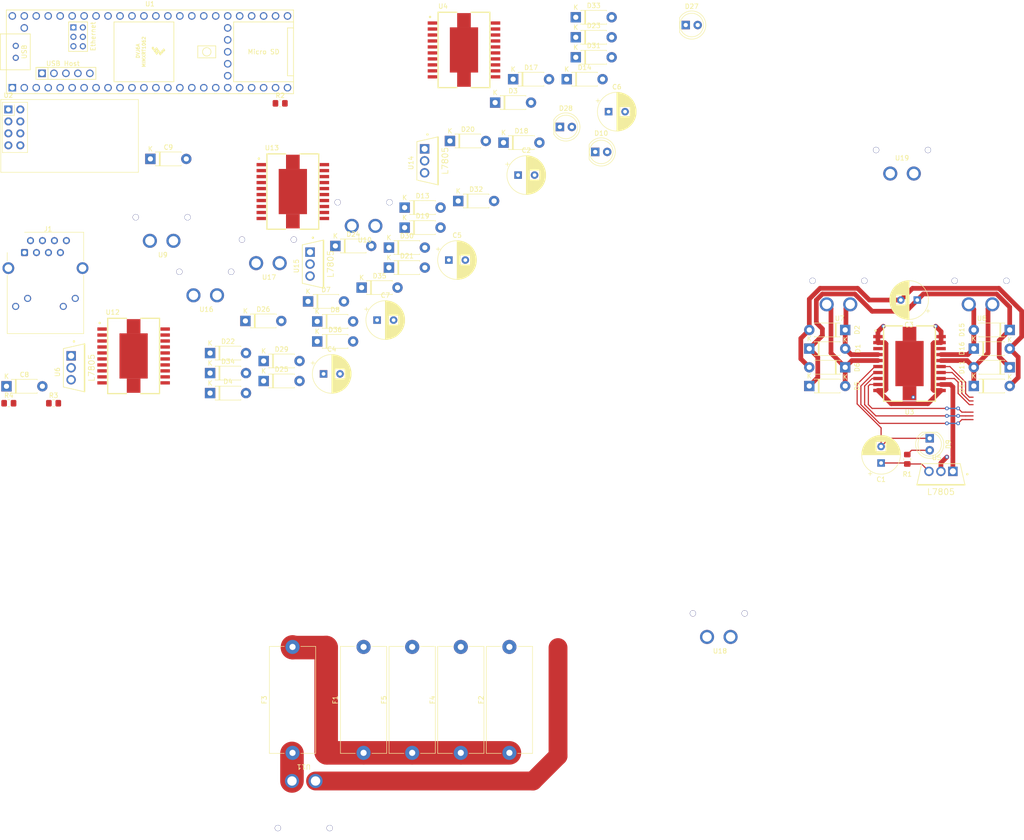
<source format=kicad_pcb>
(kicad_pcb (version 20211014) (generator pcbnew)
  (layers (0 "F.Cu" signal) (31 "B.Cu" signal) (34 "B.Paste" user) (35 "F.Paste" user) (36 "B.SilkS" user "B.Silkscreen") (37 "F.SilkS" user "F.Silkscreen") (38 "B.Mask" user) (39 "F.Mask" user) (44 "Edge.Cuts" user))
  (net 0 "")
  (net 1 "+5V")
  (net 2 "Net-(C1-Pad2)")
  (net 3 "Net-(C2-Pad2)")
  (net 4 "GND")
  (net 5 "Net-(C5-Pad2)")
  (net 6 "Net-(C6-Pad2)")
  (net 7 "Net-(C9-Pad1)")
  (net 8 "EGND")
  (net 9 "Net-(D1-Pad2)")
  (net 10 "Net-(D3-Pad2)")
  (net 11 "Net-(D5-Pad2)")
  (net 12 "Net-(D7-Pad2)")
  (net 13 "Net-(D9-Pad2)")
  (net 14 "Net-(D10-Pad2)")
  (net 15 "Net-(D11-Pad2)")
  (net 16 "Net-(D13-Pad2)")
  (net 17 "Net-(D15-Pad2)")
  (net 18 "Net-(D17-Pad2)")
  (net 19 "Net-(D19-Pad2)")
  (net 20 "Net-(D21-Pad2)")
  (net 21 "Net-(D23-Pad2)")
  (net 22 "Net-(D25-Pad2)")
  (net 23 "Net-(D27-Pad2)")
  (net 24 "Net-(D28-Pad2)")
  (net 25 "Net-(D29-Pad2)")
  (net 26 "Net-(D31-Pad2)")
  (net 27 "Net-(D33-Pad2)")
  (net 28 "Net-(D35-Pad2)")
  (net 29 "+12V")
  (net 30 "Net-(F1-Pad2)")
  (net 31 "Net-(F2-Pad2)")
  (net 32 "Net-(F3-Pad1)")
  (net 33 "Net-(F4-Pad2)")
  (net 34 "Net-(F5-Pad2)")
  (net 35 "T+")
  (net 36 "T-")
  (net 37 "R+")
  (net 38 "R-")
  (net 40 "ELED")
  (net 49 "+3.3V")
  (net 50 "M1 PWM1")
  (net 51 "M1 PWM2")
  (net 52 "M1 IN1")
  (net 53 "M1 IN2")
  (net 54 "M2 PWM1")
  (net 55 "M2 PWM2")
  (net 56 "M1 IN3")
  (net 57 "M1 IN4")
  (net 58 "M3 PWM1")
  (net 59 "M3 PWM2")
  (net 60 "SCK")
  (net 64 "M3 IN1")
  (net 65 "M3 IN2")
  (net 66 "M3 IN3")
  (net 67 "M3 IN4")
  (net 68 "M4 IN1")
  (net 69 "M4 IN2")
  (net 70 "M4 IN3")
  (net 71 "M4 IN4")
  (net 73 "MOSI")
  (net 75 "M2 IN1")
  (net 76 "M2 IN2")
  (net 77 "M2 IN3")
  (net 78 "M2 IN4")
  (net 79 "M4 PWM1")
  (net 80 "M4 PWM2")
  (net 87 "CE")
  (net 88 "MISO")
  (net 91 "CSN")
  (net 102 "+3V3")
  (footprint "Diode_THT:D_DO-41_SOD81_P7.62mm_Horizontal" (layer "F.Cu") (at 137.11875 16.13875)
    (fp_text reference "D33")
    (fp_text value " ")
  )
  (footprint "Diode_THT:D_DO-41_SOD81_P7.62mm_Horizontal" (layer "F.Cu") (at 229.235 90.4875 180)
    (fp_text reference "D11")
    (fp_text value " ")
  )
  (footprint "teensy:RightAngleXT30-M" (layer "F.Cu") (at 71.76375 65.86375)
    (fp_text reference "U17")
    (fp_text value "PCB_Mounted_XT30")
  )
  (footprint "Diode_THT:D_DO-41_SOD81_P7.62mm_Horizontal" (layer "F.Cu") (at 97.45875 69.30875)
    (fp_text reference "D21")
    (fp_text value " ")
  )
  (footprint "Diode_THT:D_DO-41_SOD81_P7.62mm_Horizontal" (layer "F.Cu") (at 100.78875 56.55875)
    (fp_text reference "D13")
    (fp_text value " ")
  )
  (footprint "Diode_THT:D_DO-41_SOD81_P7.62mm_Horizontal" (layer "F.Cu") (at 59.48875 95.96875)
    (fp_text reference "D4")
    (fp_text value " ")
  )
  (footprint "Diode_THT:D_DO-41_SOD81_P7.62mm_Horizontal" (layer "F.Cu") (at 70.85875 93.38875)
    (fp_text reference "D25")
    (fp_text value " ")
  )
  (footprint "Diode_THT:D_DO-41_SOD81_P7.62mm_Horizontal" (layer "F.Cu") (at 137.11875 24.63875)
    (fp_text reference "D31")
    (fp_text value " ")
  )
  (footprint "LED_THT:LED_D5.0mm" (layer "F.Cu") (at 212.25 105.56875 -90)
    (fp_text reference "D9")
    (fp_text value "PWR-LED")
  )
  (footprint "Fuse:Fuseholder_Cylinder-5x20mm_Schurter_0031_8201_Horizontal_Open" (layer "F.Cu") (at 102.39375 172.38125 90)
    (fp_text reference "F5")
    (fp_text value "2a")
  )
  (footprint "Capacitor_THT:CP_Radial_D8.0mm_P3.50mm" (layer "F.Cu") (at 209.615151 76.2 180)
    (fp_text reference "C3")
    (fp_text value "220uF")
  )
  (footprint "Capacitor_THT:CP_Radial_D8.0mm_P3.50mm" (layer "F.Cu") (at 144.083448 36.18875)
    (fp_text reference "C6")
    (fp_text value "220uF")
  )
  (footprint "Diode_THT:D_DO-41_SOD81_P7.62mm_Horizontal" (layer "F.Cu") (at 121.77875 42.75875)
    (fp_text reference "D18")
    (fp_text value " ")
  )
  (footprint "Diode_THT:D_DO-41_SOD81_P7.62mm_Horizontal" (layer "F.Cu") (at 194.31 82.55 180)
    (fp_text reference "D2")
    (fp_text value " ")
  )
  (footprint "L7805CV:STMicroelectronics-TO-220-3-0-0-0" (layer "F.Cu") (at 30.59375 90.59375)
    (fp_text reference "U6")
    (fp_text value "L7805")
  )
  (footprint "Diode_THT:D_DO-41_SOD81_P7.62mm_Horizontal" (layer "F.Cu") (at 110.40875 42.40875)
    (fp_text reference "D20")
    (fp_text value " ")
  )
  (footprint "Resistor_SMD:R_0805_2012Metric_Pad1.20x1.40mm_HandSolder" (layer "F.Cu") (at 207.4875 110.01875 90)
    (fp_text reference "R1")
    (fp_text value "1k")
  )
  (footprint "teensy:RightAngleXT30-M" (layer "F.Cu") (at 223.04375 74.6125)
    (fp_text reference "U8")
    (fp_text value "PCB_Mounted_XT30")
  )
  (footprint "Resistor_SMD:R_0805_2012Metric_Pad1.20x1.40mm_HandSolder" (layer "F.Cu") (at 26.26875 98.11875)
    (fp_text reference "R3")
    (fp_text value "1k")
  )
  (footprint "LED_THT:LED_D5.0mm" (layer "F.Cu") (at 141.24875 44.73875)
    (fp_text reference "D10")
    (fp_text value "PWR-LED")
  )
  (footprint "Diode_THT:D_DO-41_SOD81_P7.62mm_Horizontal" (layer "F.Cu") (at 82.22875 84.98875)
    (fp_text reference "D36")
    (fp_text value " ")
  )
  (footprint "Fuse:Fuseholder_Cylinder-5x20mm_Schurter_0031_8201_Horizontal_Open" (layer "F.Cu") (at 76.99375 172.38125 90)
    (fp_text reference "F3")
    (fp_text value "10a")
  )
  (footprint "Diode_THT:D_DO-41_SOD81_P7.62mm_Horizontal" (layer "F.Cu") (at 66.98875 80.63875)
    (fp_text reference "D26")
    (fp_text value " ")
  )
  (footprint "Diode_THT:D_DO-41_SOD81_P7.62mm_Horizontal" (layer "F.Cu") (at 70.85875 89.13875)
    (fp_text reference "D29")
    (fp_text value " ")
  )
  (footprint "Capacitor_THT:CP_Radial_D8.0mm_P3.50mm" (layer "F.Cu") (at 83.573448 91.88875)
    (fp_text reference "C4")
    (fp_text value "220uF")
  )
  (footprint "Capacitor_THT:CP_Radial_D8.0mm_P3.50mm" (layer "F.Cu") (at 201.93125 110.8125 90)
    (fp_text reference "C1")
    (fp_text value "220uF")
  )
  (footprint "Diode_THT:D_DO-41_SOD81_P7.62mm_Horizontal" (layer "F.Cu") (at 16.26875 94.51875)
    (fp_text reference "C8")
    (fp_text value "220uF")
  )
  (footprint "teensy:RightAngleXT30-M" (layer "F.Cu") (at 192.88125 74.6125)
    (fp_text reference "U7")
    (fp_text value "PCB_Mounted_XT30")
  )
  (footprint "Resistor_SMD:R_0805_2012Metric_Pad1.20x1.40mm_HandSolder" (layer "F.Cu") (at 74.36875 34.41875)
    (fp_text reference "R2")
    (fp_text value "1k")
  )
  (footprint "Capacitor_THT:CP_Radial_D8.0mm_P3.50mm" (layer "F.Cu") (at 94.943448 80.45875)
    (fp_text reference "C7")
    (fp_text value "220uF")
  )
  (footprint "Diode_THT:D_DO-41_SOD81_P7.62mm_Horizontal" (layer "F.Cu") (at 123.81875 29.28875)
    (fp_text reference "D17")
    (fp_text value " ")
  )
  (footprint "Diode_THT:D_DO-41_SOD81_P7.62mm_Horizontal" (layer "F.Cu") (at 82.22875 80.73875)
    (fp_text reference "D8")
    (fp_text value " ")
  )
  (footprint "L298P:L298P" (layer "F.Cu") (at 43.25725 88.07725)
    (fp_text reference "U12")
    (fp_text value "L298P")
  )
  (footprint "Diode_THT:D_DO-41_SOD81_P7.62mm_Horizontal" (layer "F.Cu") (at 194.31 90.4875 180)
    (fp_text reference "D6")
    (fp_text value " ")
  )
  (footprint "Diode_THT:D_DO-41_SOD81_P7.62mm_Horizontal" (layer "F.Cu") (at 97.45875 65.05875)
    (fp_text reference "D30")
    (fp_text value " ")
  )
  (footprint "teensy:RightAngleXT30-M" (layer "F.Cu") (at 206.375 46.83125)
    (fp_text reference "U19")
    (fp_text value "PCB_Mounted_XT30")
  )
  (footprint "Fuse:Fuseholder_Cylinder-5x20mm_Schurter_0031_8201_Horizontal_Open" (layer "F.Cu") (at 123.03125 172.38125 90)
    (fp_text reference "F2")
    (fp_text value "2a")
  )
  (footprint "L7805CV:STMicroelectronics-TO-220-3-0-0-0" (layer "F.Cu") (at 105.63375 46.63375)
    (fp_text reference "U14")
    (fp_text value "L7805")
  )
  (footprint "Connector_RJ:RJ45_Cetus_J1B1211CCD_Horizontal" (layer "F.Cu") (at 20.09875 66.11875)
    (fp_text reference "J1")
    (fp_text value "RJ45_LED")
  )
  (footprint "LED_THT:LED_D5.0mm" (layer "F.Cu") (at 160.45875 17.78875)
    (fp_text reference "D27")
    (fp_text value "PWR-LED")
  )
  (footprint "L7805CV:STMicroelectronics-TO-220-3-0-0-0" (layer "F.Cu") (at 81.31375 68.56375)
    (fp_text reference "U15")
    (fp_text value "L7805")
  )
  (footprint "Diode_THT:D_DO-41_SOD81_P7.62mm_Horizontal" (layer "F.Cu") (at 221.615 94.45625)
    (fp_text reference "D12")
    (fp_text value " ")
  )
  (footprint "teensy:RightAngleXT30-M" (layer "F.Cu") (at 49.2125 61.11875)
    (fp_text reference "U9")
    (fp_text value "PCB_Mounted_XT30")
  )
  (footprint "Diode_THT:D_DO-41_SOD81_P7.62mm_Horizontal" (layer "F.Cu") (at 137.11875 20.38875)
    (fp_text reference "D23")
    (fp_text value " ")
  )
  (footprint "Diode_THT:D_DO-41_SOD81_P7.62mm_Horizontal" (layer "F.Cu") (at 59.48875 91.71875)
    (fp_text reference "D34")
    (fp_text value " ")
  )
  (footprint "Diode_THT:D_DO-41_SOD81_P7.62mm_Horizontal" (layer "F.Cu") (at 221.615 86.51875)
    (fp_text reference "D16")
    (fp_text value " ")
  )
  (footprint "L298P:L298P" (layer "F.Cu") (at 77.05725 53.15725)
    (fp_text reference "U13")
    (fp_text value "L298P")
  )
  (footprint "Diode_THT:D_DO-41_SOD81_P7.62mm_Horizontal" (layer "F.Cu") (at 112.15875 55.15875)
    (fp_text reference "D32")
    (fp_text value " ")
  )
  (footprint "Fuse:Fuseholder_Cylinder-5x20mm_Schurter_0031_8201_Horizontal_Open" (layer "F.Cu") (at 92.075 172.38125 90)
    (fp_text reference "F1")
    (fp_text value "2a")
  )
  (footprint "Capacitor_THT:CP_Radial_D8.0mm_P3.50mm" (layer "F.Cu") (at 110.173448 67.70875)
    (fp_text reference "C5")
    (fp_text value "220uF")
  )
  (footprint "teensy:Teensy41" (layer "F.Cu") (at 46.71875 23.47875)
    (fp_text reference "U1")
    (fp_text value "Teensy4.1")
  )
  (footprint "Diode_THT:D_DO-41_SOD81_P7.62mm_Horizontal" (layer "F.Cu") (at 86.08875 64.70875)
    (fp_text reference "D24")
    (fp_text value " ")
  )
  (footprint "Diode_THT:D_DO-41_SOD81_P7.62mm_Horizontal" (layer "F.Cu") (at 91.65875 73.55875)
    (fp_text reference "D35")
    (fp_text value " ")
  )
  (footprint "Diode_THT:D_DO-41_SOD81_P7.62mm_Horizontal" (layer "F.Cu") (at 59.48875 87.46875)
    (fp_text reference "D22")
    (fp_text value " ")
  )
  (footprint "teensy:RightAngleXT30-F" (layer "F.Cu") (at 79.375 183.35625 180)
    (fp_text reference "U11")
    (fp_text value "BAT")
  )
  (footprint "Diode_THT:D_DO-41_SOD81_P7.62mm_Horizontal" (layer "F.Cu") (at 186.69 86.51875)
    (fp_text reference "D1")
    (fp_text value " ")
  )
  (footprint "RF_Module:nRF24L01_Breakout" (layer "F.Cu") (at 16.66875 35.71875)
    (fp_text reference "U2")
    (fp_text value "NRF24L01_Breakout")
  )
  (footprint "Diode_THT:D_DO-41_SOD81_P7.62mm_Horizontal" (layer "F.Cu") (at 119.99875 34.25875)
    (fp_text reference "D3")
    (fp_text value " ")
  )
  (footprint "Diode_THT:D_DO-41_SOD81_P7.62mm_Horizontal" (layer "F.Cu") (at 229.235 82.55 180)
    (fp_text reference "D15")
    (fp_text value " ")
  )
  (footprint "L298P:L298P" (layer "F.Cu") (at 113.38725 23.07725)
    (fp_text reference "U4")
    (fp_text value "L298P")
  )
  (footprint "LED_THT:LED_D5.0mm" (layer "F.Cu") (at 133.74875 39.43875)
    (fp_text reference "D28")
    (fp_text value "PWR-LED")
  )
  (footprint "Fuse:Fuseholder_Cylinder-5x20mm_Schurter_0031_8201_Horizontal_Open" (layer "F.Cu") (at 112.7125 172.38125 90)
    (fp_text reference "F4")
    (fp_text value "2a")
  )
  (footprint "L7805CV:STMicroelectronics-TO-220-3-0-0-0" (layer "F.Cu") (at 214.63125 113.19375 -90)
    (fp_text reference "U5")
    (fp_text value "L7805")
  )
  (footprint "L298P:L298P" (layer "F.Cu") (at 207.9625 89.69375)
    (fp_text reference "U3")
    (fp_text value "L298P")
  )
  (footprint "teensy:RightAngleXT30-M" (layer "F.Cu") (at 167.48125 145.25625)
    (fp_text reference "U18")
    (fp_text value "PCB_Mounted_XT30")
  )
  (footprint "Diode_THT:D_DO-41_SOD81_P7.62mm_Horizontal" (layer "F.Cu") (at 186.69 94.45625)
    (fp_text reference "D5")
    (fp_text value " ")
  )
  (footprint "Capacitor_THT:CP_Radial_D8.0mm_P3.50mm" (layer "F.Cu") (at 124.873448 49.65875)
    (fp_text reference "C2")
    (fp_text value "220uF")
  )
  (footprint "Diode_THT:D_DO-41_SOD81_P7.62mm_Horizontal" (layer "F.Cu") (at 46.81875 46.21875)
    (fp_text reference "C9")
    (fp_text value "0.1uF")
  )
  (footprint "Diode_THT:D_DO-41_SOD81_P7.62mm_Horizontal" (layer "F.Cu") (at 100.78875 60.80875)
    (fp_text reference "D19")
    (fp_text value " ")
  )
  (footprint "Diode_THT:D_DO-41_SOD81_P7.62mm_Horizontal" (layer "F.Cu") (at 135.18875 29.28875)
    (fp_text reference "D14")
    (fp_text value " ")
  )
  (footprint "teensy:RightAngleXT30-M" (layer "F.Cu") (at 58.46375 72.69375)
    (fp_text reference "U16")
    (fp_text value "PCB_Mounted_XT30")
  )
  (footprint "teensy:RightAngleXT30-M" (layer "F.Cu") (at 92.075 57.94375)
    (fp_text reference "U10")
    (fp_text value "PCB_Mounted_XT30")
  )
  (footprint "Diode_THT:D_DO-41_SOD81_P7.62mm_Horizontal" (layer "F.Cu") (at 80.28875 76.48875)
    (fp_text reference "D7")
    (fp_text value " ")
  )
  (footprint "Resistor_SMD:R_0805_2012Metric_Pad1.20x1.40mm_HandSolder" (layer "F.Cu") (at 16.76875 98.11875)
    (fp_text reference "R4")
    (fp_text value "1k")
  )
  (via (at 208.75625 96.8375) (size 0.8) (drill 0.4) (layers "F.Cu" "B.Cu") (net 0))
  (segment (start 186.69 86.51875) (end 189.46998 83.73877) (width 1) (layer "F.Cu") (net 1))
  (segment (start 209.615151 76.2) (end 210.902651 74.9125) (width 1) (layer "F.Cu") (net 1))
  (segment (start 227.0125 88.265) (end 229.235 90.4875) (width 1) (layer "F.Cu") (net 1))
  (segment (start 186.69 94.45625) (end 188.49 92.65625) (width 1) (layer "F.Cu") (net 1))
  (segment (start 188.18125 81.026875) (end 188.18125 76.20123) (width 1) (layer "F.Cu") (net 1))
  (segment (start 210.52125 111.01875) (end 212.09125 112.58875) (width 0.25) (layer "F.Cu") (net 1))
  (segment (start 189.46998 82.315605) (end 188.18125 81.026875) (width 1) (layer "F.Cu") (net 1))
  (segment (start 188.18125 76.20123) (end 189.46998 74.9125) (width 1) (layer "F.Cu") (net 1))
  (segment (start 200.025 78.58125) (end 207.233901 78.58125) (width 1) (layer "F.Cu") (net 1))
  (segment (start 227.0125 84.7725) (end 227.0125 88.265) (width 1) (layer "F.Cu") (net 1))
  (segment (start 207.233901 78.58125) (end 209.615151 76.2) (width 1) (layer "F.Cu") (net 1))
  (segment (start 196.35625 74.9125) (end 200.025 78.58125) (width 1) (layer "F.Cu") (net 1))
  (segment (start 188.49 88.31875) (end 186.69 86.51875) (width 1) (layer "F.Cu") (net 1))
  (segment (start 189.46998 74.9125) (end 196.35625 74.9125) (width 1) (layer "F.Cu") (net 1))
  (segment (start 189.46998 83.73877) (end 189.46998 82.315605) (width 1) (layer "F.Cu") (net 1))
  (segment (start 207.4875 111.01875) (end 210.52125 111.01875) (width 0.25) (layer "F.Cu") (net 1))
  (segment (start 229.235 77.69248) (end 229.235 82.55) (width 1) (layer "F.Cu") (net 1))
  (segment (start 188.49 92.65625) (end 188.49 88.31875) (width 1) (layer "F.Cu") (net 1))
  (segment (start 201.93125 110.8125) (end 207.28125 110.8125) (width 0.25) (layer "F.Cu") (net 1))
  (segment (start 226.45502 74.9125) (end 229.235 77.69248) (width 1) (layer "F.Cu") (net 1))
  (segment (start 201.7425 110.62375) (end 201.93125 110.8125) (width 0.25) (layer "F.Cu") (net 1))
  (segment (start 229.235 82.55) (end 227.0125 84.7725) (width 1) (layer "F.Cu") (net 1))
  (segment (start 207.28125 110.8125) (end 207.4875 111.01875) (width 0.25) (layer "F.Cu") (net 1))
  (segment (start 210.902651 74.9125) (end 226.45502 74.9125) (width 1) (layer "F.Cu") (net 1))
  (segment (start 196.85 94.09125) (end 200.6125 90.32875) (width 0.25) (layer "F.Cu") (net 2))
  (segment (start 200.6125 90.32875) (end 201.2625 90.32875) (width 0.25) (layer "F.Cu") (net 2))
  (segment (start 201.93125 107.3125) (end 201.93125 103.348896) (width 0.25) (layer "F.Cu") (net 2))
  (segment (start 201.93125 103.348896) (end 196.85 98.267646) (width 0.25) (layer "F.Cu") (net 2))
  (segment (start 203.675 105.56875) (end 201.93125 107.3125) (width 0.25) (layer "F.Cu") (net 2))
  (segment (start 196.85 98.267646) (end 196.85 94.09125) (width 0.25) (layer "F.Cu") (net 2))
  (segment (start 212.25 105.56875) (end 203.675 105.56875) (width 0.25) (layer "F.Cu") (net 2))
  (segment (start 201.2625 85.24875) (end 202.72375 85.24875) (width 1) (layer "F.Cu") (net 4))
  (segment (start 186.69 82.55) (end 186.69 75.995424) (width 1) (layer "F.Cu") (net 4))
  (segment (start 214.6625 83.97875) (end 214.6625 82.9) (width 1) (layer "F.Cu") (net 4))
  (segment (start 202.7425 95.40875) (end 201.2625 95.40875) (width 1) (layer "F.Cu") (net 4))
  (segment (start 214.63125 112.58875) (end 214.63125 110.80625) (width 1) (layer "F.Cu") (net 4))
  (segment (start 213.1825 95.40875) (end 212.9625 95.18875) (width 1) (layer "F.Cu") (net 4))
  (segment (start 231.035 92.65625) (end 231.035 88.31875) (width 1) (layer "F.Cu") (net 4))
  (segment (start 229.235 94.45625) (end 231.035 92.65625) (width 1) (layer "F.Cu") (net 4))
  (segment (start 214.6625 95.40875) (end 213.1825 95.40875) (width 1) (layer "F.Cu") (net 4))
  (segment (start 202.72375 85.24875) (end 202.9625 85.4875) (width 1) (layer "F.Cu") (net 4))
  (segment (start 202.9625 95.18875) (end 202.7425 95.40875) (width 1) (layer "F.Cu") (net 4))
  (segment (start 184.89 84.35) (end 186.69 82.55) (width 1) (layer "F.Cu") (net 4))
  (segment (start 128.03125 178.35625) (end 133.35 173.0375) (width 4) (layer "F.Cu") (net 4))
  (segment (start 201.2625 95.40875) (end 204.0725 98.21875) (width 1) (layer "F.Cu") (net 4))
  (segment (start 226.952076 73.7125) (end 208.602651 73.7125) (width 1) (layer "F.Cu") (net 4))
  (segment (start 201.2625 82.9) (end 202.40625 81.75625) (width 1) (layer "F.Cu") (net 4))
  (segment (start 201.2625 83.97875) (end 201.2625 82.9) (width 1) (layer "F.Cu") (net 4))
  (segment (start 231.775 83.97875) (end 231.775 78.535424) (width 1) (layer "F.Cu") (net 4))
  (segment (start 201.2625 85.24875) (end 201.2625 83.97875) (width 1) (layer "F.Cu") (net 4))
  (segment (start 214.6625 83.97875) (end 214.6625 85.24875) (width 1) (layer "F.Cu") (net 4))
  (segment (start 133.35 173.0375) (end 133.35 150.01875) (width 4) (layer "F.Cu") (net 4))
  (segment (start 211.8525 98.21875) (end 214.6625 95.40875) (width 1) (layer "F.Cu") (net 4))
  (segment (start 184.89 88.6875) (end 184.89 84.35) (width 1) (layer "F.Cu") (net 4))
  (segment (start 214.6625 82.9) (end 213.51875 81.75625) (width 1) (layer "F.Cu") (net 4))
  (segment (start 212.9625 85.46875) (end 213.1825 85.24875) (width 1) (layer "F.Cu") (net 4))
  (segment (start 231.775 78.535424) (end 226.952076 73.7125) (width 1) (layer "F.Cu") (net 4))
  (segment (start 186.69 90.4875) (end 184.89 88.6875) (width 1) (layer "F.Cu") (net 4))
  (segment (start 204.0725 98.21875) (end 211.8525 98.21875) (width 1) (layer "F.Cu") (net 4))
  (segment (start 206.115151 76.2) (end 199.44375 76.2) (width 1) (layer "F.Cu") (net 4))
  (segment (start 208.602651 73.7125) (end 206.115151 76.2) (width 1) (layer "F.Cu") (net 4))
  (segment (start 231.035 88.31875) (end 229.235 86.51875) (width 1) (layer "F.Cu") (net 4))
  (segment (start 81.875 178.35625) (end 128.03125 178.35625) (width 4) (layer "F.Cu") (net 4))
  (segment (start 213.1825 85.24875) (end 214.6625 85.24875) (width 1) (layer "F.Cu") (net 4))
  (segment (start 202.9625 85.4875) (end 202.9625 95.18875) (width 1) (layer "F.Cu") (net 4))
  (segment (start 229.235 86.51875) (end 231.775 83.97875) (width 1) (layer "F.Cu") (net 4))
  (segment (start 199.44375 76.2) (end 196.95625 73.7125) (width 1) (layer "F.Cu") (net 4))
  (segment (start 214.63125 110.80625) (end 215.9 109.5375) (width 1) (layer "F.Cu") (net 4))
  (segment (start 188.972924 73.7125) (end 196.95625 73.7125) (width 1) (layer "F.Cu") (net 4))
  (segment (start 186.69 75.995424) (end 188.972924 73.7125) (width 1) (layer "F.Cu") (net 4))
  (segment (start 212.9625 95.18875) (end 212.9625 85.46875) (width 1) (layer "F.Cu") (net 4))
  (via (at 202.40625 81.75625) (size 0.8) (drill 0.4) (layers "F.Cu" "B.Cu") (net 4))
  (via (at 215.9 109.5375) (size 0.8) (drill 0.4) (layers "F.Cu" "B.Cu") (net 4))
  (via (at 213.51875 81.75625) (size 0.8) (drill 0.4) (layers "F.Cu" "B.Cu") (net 4))
  (segment (start 194.46875 78.025) (end 195.38125 77.1125) (width 1) (layer "F.Cu") (net 9))
  (segment (start 194.31 81.915) (end 194.46875 81.75625) (width 1) (layer "F.Cu") (net 9))
  (segment (start 194.46875 81.75625) (end 194.46875 78.025) (width 1) (layer "F.Cu") (net 9))
  (segment (start 194.31 82.55) (end 194.31 81.915) (width 1) (layer "F.Cu") (net 9))
  (segment (start 194.31 86.51875) (end 194.31 82.55) (width 1) (layer "F.Cu") (net 9))
  (segment (start 195.58 87.78875) (end 201.2625 87.78875) (width 1) (layer "F.Cu") (net 9))
  (segment (start 194.31 86.51875) (end 195.58 87.78875) (width 1) (layer "F.Cu") (net 9))
  (segment (start 195.73875 89.05875) (end 201.2625 89.05875) (width 1) (layer "F.Cu") (net 11))
  (segment (start 194.31 94.45625) (end 194.31 90.4875) (width 1) (layer "F.Cu") (net 11))
  (segment (start 191.29375 87.47125) (end 191.29375 78.025) (width 1) (layer "F.Cu") (net 11))
  (segment (start 194.31 90.4875) (end 191.29375 87.47125) (width 1) (layer "F.Cu") (net 11))
  (segment (start 191.29375 78.025) (end 190.38125 77.1125) (width 1) (layer "F.Cu") (net 11))
  (segment (start 194.31 90.4875) (end 195.73875 89.05875) (width 1) (layer "F.Cu") (net 11))
  (segment (start 208.3975 108.10875) (end 212.25 108.10875) (width 0.25) (layer "F.Cu") (net 13))
  (segment (start 207.4875 109.01875) (end 208.3975 108.10875) (width 0.25) (layer "F.Cu") (net 13))
  (segment (start 224.63125 78.025) (end 225.54375 77.1125) (width 1) (layer "F.Cu") (net 15))
  (segment (start 221.615 94.45625) (end 221.615 90.4875) (width 1) (layer "F.Cu") (net 15))
  (segment (start 214.6625 89.05875) (end 220.18625 89.05875) (width 1) (layer "F.Cu") (net 15))
  (segment (start 221.615 90.4875) (end 224.63125 87.47125) (width 1) (layer "F.Cu") (net 15))
  (segment (start 224.63125 87.47125) (end 224.63125 78.025) (width 1) (layer "F.Cu") (net 15))
  (segment (start 220.18625 89.05875) (end 221.615 90.4875) (width 1) (layer "F.Cu") (net 15))
  (segment (start 220.345 87.78875) (end 221.615 86.51875) (width 1) (layer "F.Cu") (net 17))
  (segment (start 214.6625 87.78875) (end 220.345 87.78875) (width 1) (layer "F.Cu") (net 17))
  (segment (start 221.615 78.18375) (end 220.54375 77.1125) (width 1) (layer "F.Cu") (net 17))
  (segment (start 221.615 82.55) (end 221.615 78.18375) (width 1) (layer "F.Cu") (net 17))
  (segment (start 221.615 86.51875) (end 221.615 82.55) (width 1) (layer "F.Cu") (net 17))
  (segment (start 84.1375 150.01875) (end 84.1375 172.24375) (width 5) (layer "F.Cu") (net 29))
  (segment (start 92.075 172.38125) (end 102.39375 172.38125) (width 5) (layer "F.Cu") (net 29))
  (segment (start 84.275 172.38125) (end 92.075 172.38125) (width 5) (layer "F.Cu") (net 29))
  (segment (start 102.39375 172.38125) (end 112.7125 172.38125) (width 5) (layer "F.Cu") (net 29))
  (segment (start 112.7125 172.38125) (end 123.03125 172.38125) (width 5) (layer "F.Cu") (net 29))
  (segment (start 76.99375 149.88125) (end 76.99375 150.01875) (width 5) (layer "F.Cu") (net 29))
  (segment (start 76.99375 150.01875) (end 84.1375 150.01875) (width 5) (layer "F.Cu") (net 29))
  (segment (start 84.1375 172.24375) (end 84.275 172.38125) (width 5) (layer "F.Cu") (net 29))
  (segment (start 217.17125 112.58875) (end 217.17125 94.6475) (width 1) (layer "F.Cu") (net 30))
  (segment (start 217.17125 94.6475) (end 216.6625 94.13875) (width 1) (layer "F.Cu") (net 30))
  (segment (start 216.6625 94.13875) (end 214.6625 94.13875) (width 1) (layer "F.Cu") (net 30))
  (segment (start 76.875 178.35625) (end 76.875 172.5) (width 5) (layer "F.Cu") (net 32))
  (segment (start 76.875 172.5) (end 76.99375 172.38125) (width 0.25) (layer "F.Cu") (net 32))
  (segment (start 218.28125 100.80625) (end 219.86875 100.80625) (width 0.25) (layer "F.Cu") (net 50))
  (segment (start 198.4375 94.45625) (end 198.4375 98.425) (width 0.25) (layer "F.Cu") (net 50))
  (segment (start 219.86875 100.80625) (end 221.45625 100.80625) (width 0.25) (layer "F.Cu") (net 50))
  (segment (start 200.81875 100.80625) (end 215.9 100.80625) (width 0.25) (layer "F.Cu") (net 50))
  (segment (start 201.2625 92.86875) (end 200.025 92.86875) (width 0.25) (layer "F.Cu") (net 50))
  (segment (start 200.025 92.86875) (end 198.4375 94.45625) (width 0.25) (layer "F.Cu") (net 50))
  (segment (start 198.4375 98.425) (end 200.81875 100.80625) (width 0.25) (layer "F.Cu") (net 50))
  (via (at 215.9 100.80625) (size 0.8) (drill 0.4) (layers "F.Cu" "B.Cu") (net 50))
  (via (at 218.28125 100.80625) (size 0.8) (drill 0.4) (layers "F.Cu" "B.Cu") (net 50))
  (segment (start 215.9 100.80625) (end 218.28125 100.80625) (width 0.25) (layer "B.Cu") (net 50))
  (segment (start 219.075 93.6625) (end 219.075 96.04375) (width 0.25) (layer "F.Cu") (net 51))
  (segment (start 214.6625 91.59875) (end 217.01125 91.59875) (width 0.25) (layer "F.Cu") (net 51))
  (segment (start 220.6625 97.63125) (end 221.45625 97.63125) (width 0.25) (layer "F.Cu") (net 51))
  (segment (start 217.01125 91.59875) (end 219.075 93.6625) (width 0.25) (layer "F.Cu") (net 51))
  (segment (start 219.075 96.04375) (end 220.6625 97.63125) (width 0.25) (layer "F.Cu") (net 51))
  (segment (start 201.6125 102.39375) (end 215.9 102.39375) (width 0.25) (layer "F.Cu") (net 52))
  (segment (start 197.64375 94.45625) (end 197.64375 98.425) (width 0.25) (layer "F.Cu") (net 52))
  (segment (start 197.64375 98.425) (end 200.025 100.80625) (width 0.25) (layer "F.Cu") (net 52))
  (segment (start 201.2625 91.59875) (end 200.50125 91.59875) (width 0.25) (layer "F.Cu") (net 52))
  (segment (start 200.50125 91.59875) (end 199.23125 92.86875) (width 0.25) (layer "F.Cu") (net 52))
  (segment (start 219.075 101.6) (end 219.86875 101.6) (width 0.25) (layer "F.Cu") (net 52))
  (segment (start 199.23125 92.86875) (end 197.64375 94.45625) (width 0.25) (layer "F.Cu") (net 52))
  (segment (start 218.28125 102.39375) (end 219.075 101.6) (width 0.25) (layer "F.Cu") (net 52))
  (segment (start 200.025 100.80625) (end 201.6125 102.39375) (width 0.25) (layer "F.Cu") (net 52))
  (segment (start 219.86875 101.6) (end 221.45625 101.6) (width 0.25) (layer "F.Cu") (net 52))
  (via (at 215.9 102.39375) (size 0.8) (drill 0.4) (layers "F.Cu" "B.Cu") (net 52))
  (via (at 218.28125 102.39375) (size 0.8) (drill 0.4) (layers "F.Cu" "B.Cu") (net 52))
  (segment (start 215.9 102.39375) (end 218.28125 102.39375) (width 0.25) (layer "B.Cu") (net 52))
  (segment (start 199.54875 94.13875) (end 199.23125 94.45625) (width 0.25) (layer "F.Cu") (net 53))
  (segment (start 219.86875 100.0125) (end 221.45625 100.0125) (width 0.25) (layer "F.Cu") (net 53))
  (segment (start 199.23125 98.425) (end 200.025 99.21875) (width 0.25) (layer "F.Cu") (net 53))
  (segment (start 199.23125 94.45625) (end 199.23125 98.425) (width 0.25) (layer "F.Cu") (net 53))
  (segment (start 218.28125 99.21875) (end 219.075 100.0125) (width 0.25) (layer "F.Cu") (net 53))
  (segment (start 201.2625 94.13875) (end 199.54875 94.13875) (width 0.25) (layer "F.Cu") (net 53))
  (segment (start 219.075 100.0125) (end 219.86875 100.0125) (width 0.25) (layer "F.Cu") (net 53))
  (segment (start 200.025 99.21875) (end 215.9 99.21875) (width 0.25) (layer "F.Cu") (net 53))
  (via (at 218.28125 99.21875) (size 0.8) (drill 0.4) (layers "F.Cu" "B.Cu") (net 53))
  (via (at 215.9 99.21875) (size 0.8) (drill 0.4) (layers "F.Cu" "B.Cu") (net 53))
  (segment (start 215.9 99.21875) (end 218.28125 99.21875) (width 0.25) (layer "B.Cu") (net 53))
  (segment (start 218.28125 96.04375) (end 220.6625 98.425) (width 0.25) (layer "F.Cu") (net 56))
  (segment (start 218.28125 93.6625) (end 218.28125 96.04375) (width 0.25) (layer "F.Cu") (net 56))
  (segment (start 217.4875 92.86875) (end 218.28125 93.6625) (width 0.25) (layer "F.Cu") (net 56))
  (segment (start 220.6625 98.425) (end 221.45625 98.425) (width 0.25) (layer "F.Cu") (net 56))
  (segment (start 214.6625 92.86875) (end 217.4875 92.86875) (width 0.25) (layer "F.Cu") (net 56))
  (segment (start 216.535 90.32875) (end 219.86875 93.6625) (width 0.25) (layer "F.Cu") (net 57))
  (segment (start 219.86875 96.04375) (end 220.6625 96.8375) (width 0.25) (layer "F.Cu") (net 57))
  (segment (start 214.6625 90.32875) (end 216.535 90.32875) (width 0.25) (layer "F.Cu") (net 57))
  (segment (start 219.86875 93.6625) (end 219.86875 96.04375) (width 0.25) (layer "F.Cu") (net 57))
  (segment (start 220.6625 96.8375) (end 221.45625 96.8375) (width 0.25) (layer "F.Cu") (net 57))
)
</source>
